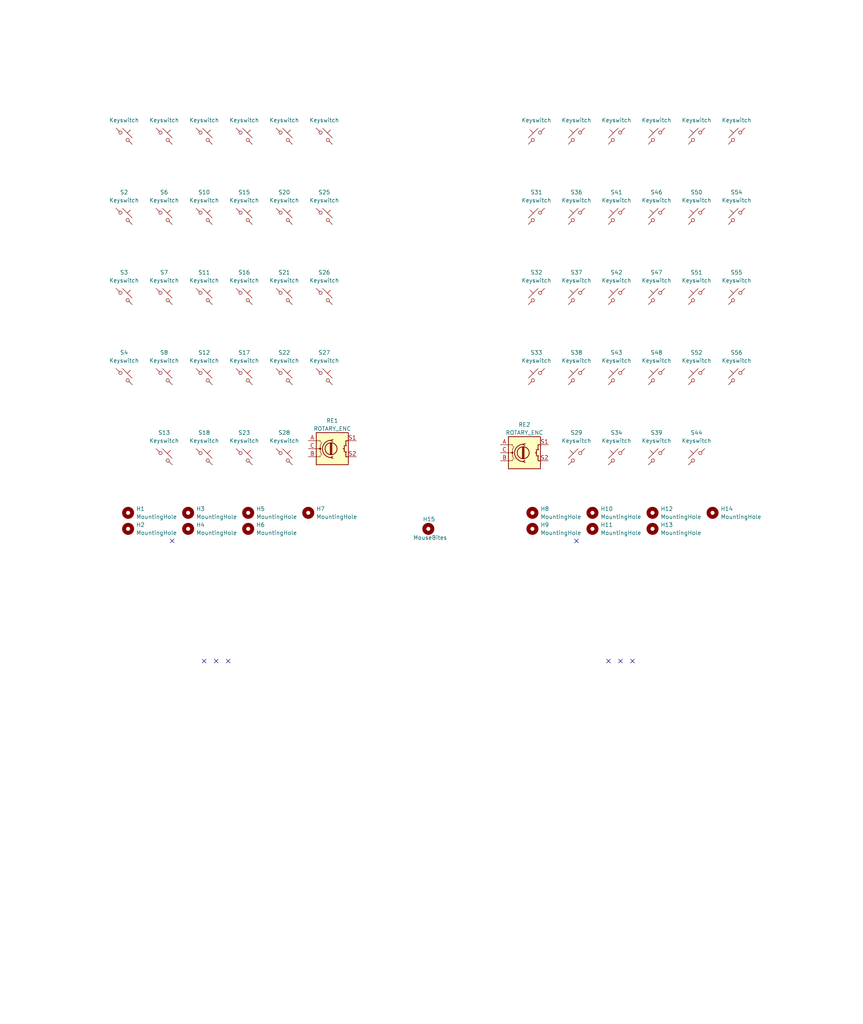
<source format=kicad_sch>
(kicad_sch (version 20250114) (generator "eeschema") (generator_version "9.0")
  (paper "User" 273.8 324.606)
  (lib_symbols
    (symbol "Device:RotaryEncoder_Switch" (pin_names (offset 0.254) (hide yes))
      (property "Reference" "SW" (at 0 6.604 0))
      (property "Value" "RotaryEncoder_Switch" (at 0 -6.604 0))
      (symbol "RotaryEncoder_Switch_0_1"
        (rectangle (start -5.08 5.08) (end 5.08 -5.08) (stroke (width 0.254)) (fill (type background)))
        (polyline (pts (xy -5.08 2.54) (xy -3.81 2.54) (xy -3.81 2.032)))
        (polyline (pts (xy -5.08 0) (xy -3.81 0) (xy -3.81 -1.016) (xy -3.302 -2.032)))
        (polyline (pts (xy -5.08 -2.54) (xy -3.81 -2.54) (xy -3.81 -2.032)))
        (polyline (pts (xy -4.318 0) (xy -3.81 0) (xy -3.81 1.016) (xy -3.302 2.032)))
        (circle (center -3.81 0) (radius 0.254) (fill (type outline)))
        (polyline (pts (xy -0.635 -1.778) (xy -0.635 1.778)) (stroke (width 0.254)))
        (circle (center -0.381 0) (radius 1.905) (stroke (width 0.254)))
        (polyline (pts (xy -0.381 -1.778) (xy -0.381 1.778)) (stroke (width 0.254)))
        (arc (start -0.381 -2.794) (mid -3.0988 -0.0635) (end -0.381 2.667) (stroke (width 0.254)))
        (polyline (pts (xy -0.127 1.778) (xy -0.127 -1.778)) (stroke (width 0.254)))
        (polyline (pts (xy 0.254 2.921) (xy -0.508 2.667) (xy 0.127 2.286)) (stroke (width 0.254)))
        (polyline (pts (xy 0.254 -3.048) (xy -0.508 -2.794) (xy 0.127 -2.413)) (stroke (width 0.254)))
        (polyline (pts (xy 3.81 1.016) (xy 3.81 -1.016)) (stroke (width 0.254)))
        (polyline (pts (xy 3.81 0) (xy 3.429 0)) (stroke (width 0.254)))
        (circle (center 4.318 1.016) (radius 0.127) (stroke (width 0.254)))
        (circle (center 4.318 -1.016) (radius 0.127) (stroke (width 0.254)))
        (polyline (pts (xy 5.08 2.54) (xy 4.318 2.54) (xy 4.318 1.016)) (stroke (width 0.254)))
        (polyline (pts (xy 5.08 -2.54) (xy 4.318 -2.54) (xy 4.318 -1.016)) (stroke (width 0.254)))
      )
      (symbol "RotaryEncoder_Switch_1_1"
        (pin passive line (at -7.62 2.54 0) (length 2.54) (name "A") (number "A"))
        (pin passive line (at -7.62 0 0) (length 2.54) (name "C") (number "C"))
        (pin passive line (at -7.62 -2.54 0) (length 2.54) (name "B") (number "B"))
        (pin passive line (at 7.62 2.54 180) (length 2.54) (name "S1") (number "S1"))
        (pin passive line (at 7.62 -2.54 180) (length 2.54) (name "S2") (number "S2"))
      )
    )
    (symbol "KEYBOARD_DESIGN:Placeholder_Keyswitch" (pin_numbers (hide yes)) (pin_names (offset 1.016) (hide yes))
      (property "Reference" "S" (at 3.048 1.016 0))
      (property "Value" "Keyswitch" (at 0 -3.81 0))
      (symbol "Placeholder_Keyswitch_0_1"
        (polyline (pts (xy -2.54 2.54) (xy -1.524 1.524) (xy -1.524 1.524)))
        (circle (center -1.1684 1.1684) (radius 0.508))
        (polyline (pts (xy -0.508 2.54) (xy 2.54 -0.508)))
        (polyline (pts (xy 1.016 1.016) (xy 2.032 2.032)))
        (circle (center 1.143 -1.1938) (radius 0.508))
        (polyline (pts (xy 1.524 -1.524) (xy 2.54 -2.54) (xy 2.54 -2.54) (xy 2.54 -2.54)))
        (pin passive line (at -2.54 2.54 0) (length 0) (name "1") (number "1"))
        (pin passive line (at 2.54 -2.54 180) (length 0) (name "2") (number "2"))
      )
    )
    (symbol "Mechanical:MountingHole" (pin_names (offset 1.016)) (in_bom no)
      (property "Reference" "H" (at 0 5.08 0))
      (property "Value" "MountingHole" (at 0 3.175 0))
      (symbol "MountingHole_0_1"
        (circle (center 0 0) (radius 1.27) (stroke (width 1.27)))
      )
    )
    (symbol "Placeholder_Keyswitch_1" (pin_numbers (hide yes)) (pin_names (offset 1.016) (hide yes))
      (property "Reference" "S" (at 3.048 1.016 0))
      (property "Value" "Keyswitch" (at 0 -3.81 0))
      (symbol "Placeholder_Keyswitch_1_0_1"
        (polyline (pts (xy -2.54 2.54) (xy -1.524 1.524) (xy -1.524 1.524)))
        (circle (center -1.1684 1.1684) (radius 0.508))
        (polyline (pts (xy -0.508 2.54) (xy 2.54 -0.508)))
        (polyline (pts (xy 1.016 1.016) (xy 2.032 2.032)))
        (circle (center 1.143 -1.1938) (radius 0.508))
        (polyline (pts (xy 1.524 -1.524) (xy 2.54 -2.54) (xy 2.54 -2.54) (xy 2.54 -2.54)))
        (pin passive line (at -2.54 2.54 0) (length 0) (name "1") (number "1"))
        (pin passive line (at 2.54 -2.54 180) (length 0) (name "2") (number "2"))
      )
    )
    (symbol "Placeholder_Keyswitch_2" (pin_numbers (hide yes)) (pin_names (offset 1.016) (hide yes))
      (property "Reference" "S" (at 3.048 1.016 0))
      (property "Value" "Keyswitch" (at 0 -3.81 0))
      (symbol "Placeholder_Keyswitch_2_0_1"
        (polyline (pts (xy -2.54 2.54) (xy -1.524 1.524) (xy -1.524 1.524)))
        (circle (center -1.1684 1.1684) (radius 0.508))
        (polyline (pts (xy -0.508 2.54) (xy 2.54 -0.508)))
        (polyline (pts (xy 1.016 1.016) (xy 2.032 2.032)))
        (circle (center 1.143 -1.1938) (radius 0.508))
        (polyline (pts (xy 1.524 -1.524) (xy 2.54 -2.54) (xy 2.54 -2.54) (xy 2.54 -2.54)))
        (pin passive line (at -2.54 2.54 0) (length 0) (name "1") (number "1"))
        (pin passive line (at 2.54 -2.54 180) (length 0) (name "2") (number "2"))
      )
    )
    (symbol "Placeholder_Keyswitch_3" (pin_numbers (hide yes)) (pin_names (offset 1.016) (hide yes))
      (property "Reference" "S" (at 3.048 1.016 0))
      (property "Value" "Keyswitch" (at 0 -3.81 0))
      (symbol "Placeholder_Keyswitch_3_0_1"
        (polyline (pts (xy -2.54 2.54) (xy -1.524 1.524) (xy -1.524 1.524)))
        (circle (center -1.1684 1.1684) (radius 0.508))
        (polyline (pts (xy -0.508 2.54) (xy 2.54 -0.508)))
        (polyline (pts (xy 1.016 1.016) (xy 2.032 2.032)))
        (circle (center 1.143 -1.1938) (radius 0.508))
        (polyline (pts (xy 1.524 -1.524) (xy 2.54 -2.54) (xy 2.54 -2.54) (xy 2.54 -2.54)))
        (pin passive line (at -2.54 2.54 0) (length 0) (name "1") (number "1"))
        (pin passive line (at 2.54 -2.54 180) (length 0) (name "2") (number "2"))
      )
    )
    (symbol "Placeholder_Keyswitch_4" (pin_numbers (hide yes)) (pin_names (offset 1.016) (hide yes))
      (property "Reference" "S" (at 3.048 1.016 0))
      (property "Value" "Keyswitch" (at 0 -3.81 0))
      (symbol "Placeholder_Keyswitch_4_0_1"
        (polyline (pts (xy -2.54 2.54) (xy -1.524 1.524) (xy -1.524 1.524)))
        (circle (center -1.1684 1.1684) (radius 0.508))
        (polyline (pts (xy -0.508 2.54) (xy 2.54 -0.508)))
        (polyline (pts (xy 1.016 1.016) (xy 2.032 2.032)))
        (circle (center 1.143 -1.1938) (radius 0.508))
        (polyline (pts (xy 1.524 -1.524) (xy 2.54 -2.54) (xy 2.54 -2.54) (xy 2.54 -2.54)))
        (pin passive line (at -2.54 2.54 0) (length 0) (name "1") (number "1"))
        (pin passive line (at 2.54 -2.54 180) (length 0) (name "2") (number "2"))
      )
    )
    (symbol "Placeholder_Keyswitch_5" (pin_numbers (hide yes)) (pin_names (offset 1.016) (hide yes))
      (property "Reference" "S" (at 3.048 1.016 0))
      (property "Value" "Keyswitch" (at 0 -3.81 0))
      (symbol "Placeholder_Keyswitch_5_0_1"
        (polyline (pts (xy -2.54 2.54) (xy -1.524 1.524) (xy -1.524 1.524)))
        (circle (center -1.1684 1.1684) (radius 0.508))
        (polyline (pts (xy -0.508 2.54) (xy 2.54 -0.508)))
        (polyline (pts (xy 1.016 1.016) (xy 2.032 2.032)))
        (circle (center 1.143 -1.1938) (radius 0.508))
        (polyline (pts (xy 1.524 -1.524) (xy 2.54 -2.54) (xy 2.54 -2.54) (xy 2.54 -2.54)))
        (pin passive line (at -2.54 2.54 0) (length 0) (name "1") (number "1"))
        (pin passive line (at 2.54 -2.54 180) (length 0) (name "2") (number "2"))
      )
    )
    (symbol "Placeholder_Keyswitch_6" (pin_numbers (hide yes)) (pin_names (offset 1.016) (hide yes))
      (property "Reference" "S" (at 3.048 1.016 0))
      (property "Value" "Keyswitch" (at 0 -3.81 0))
      (symbol "Placeholder_Keyswitch_6_0_1"
        (polyline (pts (xy -2.54 2.54) (xy -1.524 1.524) (xy -1.524 1.524)))
        (circle (center -1.1684 1.1684) (radius 0.508))
        (polyline (pts (xy -0.508 2.54) (xy 2.54 -0.508)))
        (polyline (pts (xy 1.016 1.016) (xy 2.032 2.032)))
        (circle (center 1.143 -1.1938) (radius 0.508))
        (polyline (pts (xy 1.524 -1.524) (xy 2.54 -2.54) (xy 2.54 -2.54) (xy 2.54 -2.54)))
        (pin passive line (at -2.54 2.54 0) (length 0) (name "1") (number "1"))
        (pin passive line (at 2.54 -2.54 180) (length 0) (name "2") (number "2"))
      )
    )
    (symbol "Placeholder_Keyswitch_7" (pin_numbers (hide yes)) (pin_names (offset 1.016) (hide yes))
      (property "Reference" "S" (at 3.048 1.016 0))
      (property "Value" "Keyswitch" (at 0 -3.81 0))
      (symbol "Placeholder_Keyswitch_7_0_1"
        (polyline (pts (xy -2.54 2.54) (xy -1.524 1.524) (xy -1.524 1.524)))
        (circle (center -1.1684 1.1684) (radius 0.508))
        (polyline (pts (xy -0.508 2.54) (xy 2.54 -0.508)))
        (polyline (pts (xy 1.016 1.016) (xy 2.032 2.032)))
        (circle (center 1.143 -1.1938) (radius 0.508))
        (polyline (pts (xy 1.524 -1.524) (xy 2.54 -2.54) (xy 2.54 -2.54) (xy 2.54 -2.54)))
        (pin passive line (at -2.54 2.54 0) (length 0) (name "1") (number "1"))
        (pin passive line (at 2.54 -2.54 180) (length 0) (name "2") (number "2"))
      )
    )
  )
  (no_connect (at 182.88 171.45))
  (no_connect (at 64.77 209.55))
  (no_connect (at 200.66 209.55))
  (no_connect (at 196.85 209.55))
  (no_connect (at 54.61 171.45))
  (no_connect (at 72.39 209.55))
  (no_connect (at 193.04 209.55))
  (no_connect (at 68.58 209.55))
  (symbol (lib_id "KEYBOARD_DESIGN:Placeholder_Keyswitch") (at 64.77 68.58 0) (unit 1)
    (property "Reference" "S10" (at 64.77 60.96 0))
    (property "Value" "Keyswitch" (at 64.77 63.5 0))
    (property "Footprint" "ScottoKeebs_Hotswap:Hotswap_MX_1.00u" (effects (hide yes)))
    (property "Description" "Push button switch, normally open, two pins, 45° tilted" (effects (hide yes)))
    (property "COL" "1" (effects (hide yes)))
  )
  (symbol (lib_id "KEYBOARD_DESIGN:Placeholder_Keyswitch") (at 52.07 68.58 0) (unit 1)
    (property "Reference" "S6" (at 52.07 60.96 0))
    (property "Value" "Keyswitch" (at 52.07 63.5 0))
    (property "Footprint" "ScottoKeebs_Hotswap:Hotswap_MX_1.00u" (effects (hide yes)))
    (property "Description" "Push button switch, normally open, two pins, 45° tilted" (effects (hide yes)))
    (property "COL" "1" (effects (hide yes)))
  )
  (symbol (lib_id "Mechanical:MountingHole") (at 187.96 167.64 0) (unit 1) (in_bom no)
    (property "Reference" "H11" (at 190.5 166.3699 0) (effects (justify left)))
    (property "Value" "MountingHole" (at 190.5 168.9099 0) (effects (justify left)))
    (property "Footprint" "MountingHole:MountingHole_2.2mm_M2" (effects (hide yes)))
    (property "Description" "Mounting Hole without connection" (effects (hide yes)))
  )
  (symbol (lib_id "Mechanical:MountingHole") (at 226.06 162.56 0) (unit 1) (in_bom no)
    (property "Reference" "H14" (at 228.6 161.2899 0) (effects (justify left)))
    (property "Value" "MountingHole" (at 228.6 163.8299 0) (effects (justify left)))
    (property "Footprint" "MountingHole:MountingHole_2.2mm_M2" (effects (hide yes)))
    (property "Description" "Mounting Hole without connection" (effects (hide yes)))
  )
  (symbol (lib_id "KEYBOARD_DESIGN:Placeholder_Keyswitch") (at 182.88 68.58 0) (mirror y) (unit 1)
    (property "Reference" "S36" (at 182.88 60.96 0))
    (property "Value" "Keyswitch" (at 182.88 63.5 0))
    (property "Footprint" "ScottoKeebs_Hotswap:Hotswap_MX_1.00u" (effects (hide yes)))
    (property "Description" "Push button switch, normally open, two pins, 45° tilted" (effects (hide yes)))
    (property "COL" "1" (effects (hide yes)))
  )
  (symbol (lib_id "Mechanical:MountingHole") (at 40.64 162.56 0) (unit 1) (in_bom no)
    (property "Reference" "H1" (at 43.18 161.2899 0) (effects (justify left)))
    (property "Value" "MountingHole" (at 43.18 163.8299 0) (effects (justify left)))
    (property "Footprint" "MountingHole:MountingHole_2.2mm_M2" (effects (hide yes)))
    (property "Description" "Mounting Hole without connection" (effects (hide yes)))
  )
  (symbol (lib_id "KEYBOARD_DESIGN:Placeholder_Keyswitch") (at 64.77 119.38 0) (unit 1)
    (property "Reference" "S12" (at 64.77 111.76 0))
    (property "Value" "Keyswitch" (at 64.77 114.3 0))
    (property "Footprint" "ScottoKeebs_Hotswap:Hotswap_MX_1.00u" (effects (hide yes)))
    (property "Description" "Push button switch, normally open, two pins, 45° tilted" (effects (hide yes)))
    (property "COL" "3" (effects (hide yes)))
  )
  (symbol (lib_id "KEYBOARD_DESIGN:Placeholder_Keyswitch") (at 220.98 119.38 0) (mirror y) (unit 1)
    (property "Reference" "S52" (at 220.98 111.76 0))
    (property "Value" "Keyswitch" (at 220.98 114.3 0))
    (property "Footprint" "ScottoKeebs_Hotswap:Hotswap_MX_1.00u" (effects (hide yes)))
    (property "Description" "Push button switch, normally open, two pins, 45° tilted" (effects (hide yes)))
    (property "COL" "3" (effects (hide yes)))
  )
  (symbol (lib_id "KEYBOARD_DESIGN:Placeholder_Keyswitch") (at 220.98 93.98 0) (mirror y) (unit 1)
    (property "Reference" "S51" (at 220.98 86.36 0))
    (property "Value" "Keyswitch" (at 220.98 88.9 0))
    (property "Footprint" "ScottoKeebs_Hotswap:Hotswap_MX_1.00u" (effects (hide yes)))
    (property "Description" "Push button switch, normally open, two pins, 45° tilted" (effects (hide yes)))
    (property "COL" "2" (effects (hide yes)))
  )
  (symbol (lib_id "KEYBOARD_DESIGN:Placeholder_Keyswitch") (at 220.98 144.78 0) (mirror y) (unit 1)
    (property "Reference" "S44" (at 220.98 137.16 0))
    (property "Value" "Keyswitch" (at 220.98 139.7 0))
    (property "Footprint" "ScottoKeebs_Hotswap:Hotswap_MX_1.00u" (effects (hide yes)))
    (property "Description" "Push button switch, normally open, two pins, 45° tilted" (effects (hide yes)))
    (property "COL" "4" (effects (hide yes)))
  )
  (symbol (lib_id "Mechanical:MountingHole") (at 40.64 167.64 0) (unit 1) (in_bom no)
    (property "Reference" "H2" (at 43.18 166.3699 0) (effects (justify left)))
    (property "Value" "MountingHole" (at 43.18 168.9099 0) (effects (justify left)))
    (property "Footprint" "MountingHole:MountingHole_2.2mm_M2" (effects (hide yes)))
    (property "Description" "Mounting Hole without connection" (effects (hide yes)))
  )
  (symbol (lib_id "Mechanical:MountingHole") (at 59.69 167.64 0) (unit 1) (in_bom no)
    (property "Reference" "H4" (at 62.23 166.3699 0) (effects (justify left)))
    (property "Value" "MountingHole" (at 62.23 168.9099 0) (effects (justify left)))
    (property "Footprint" "MountingHole:MountingHole_2.2mm_M2" (effects (hide yes)))
    (property "Description" "Mounting Hole without connection" (effects (hide yes)))
  )
  (symbol (lib_id "KEYBOARD_DESIGN:Placeholder_Keyswitch") (at 77.47 144.78 0) (unit 1)
    (property "Reference" "S23" (at 77.47 137.16 0))
    (property "Value" "Keyswitch" (at 77.47 139.7 0))
    (property "Footprint" "ScottoKeebs_Hotswap:Hotswap_MX_1.00u" (effects (hide yes)))
    (property "Description" "Push button switch, normally open, two pins, 45° tilted" (effects (hide yes)))
    (property "COL" "4" (effects (hide yes)))
  )
  (symbol (lib_id "KEYBOARD_DESIGN:Placeholder_Keyswitch") (at 170.18 43.18 0) (mirror y) (unit 1)
    (property "Reference" "S30" (effects (hide yes)))
    (property "Value" "Keyswitch" (at 170.18 38.1 0))
    (property "Footprint" "ScottoKeebs_Hotswap:Hotswap_MX_1.00u" (effects (hide yes)))
    (property "Description" "Push button switch, normally open, two pins, 45° tilted" (effects (hide yes)))
    (property "COL" "0" (effects (hide yes)))
  )
  (symbol (lib_id "KEYBOARD_DESIGN:Placeholder_Keyswitch") (at 102.87 68.58 0) (unit 1)
    (property "Reference" "S25" (at 102.87 60.96 0))
    (property "Value" "Keyswitch" (at 102.87 63.5 0))
    (property "Footprint" "ScottoKeebs_Hotswap:Hotswap_MX_1.00u" (effects (hide yes)))
    (property "Description" "Push button switch, normally open, two pins, 45° tilted" (effects (hide yes)))
    (property "COL" "1" (effects (hide yes)))
  )
  (symbol (lib_id "KEYBOARD_DESIGN:Placeholder_Keyswitch") (at 170.18 93.98 0) (mirror y) (unit 1)
    (property "Reference" "S32" (at 170.18 86.36 0))
    (property "Value" "Keyswitch" (at 170.18 88.9 0))
    (property "Footprint" "ScottoKeebs_Hotswap:Hotswap_MX_1.00u" (effects (hide yes)))
    (property "Description" "Push button switch, normally open, two pins, 45° tilted" (effects (hide yes)))
    (property "COL" "2" (effects (hide yes)))
  )
  (symbol (lib_id "Mechanical:MountingHole") (at 168.91 167.64 0) (unit 1) (in_bom no)
    (property "Reference" "H9" (at 171.45 166.3699 0) (effects (justify left)))
    (property "Value" "MountingHole" (at 171.45 168.9099 0) (effects (justify left)))
    (property "Footprint" "MountingHole:MountingHole_2.2mm_M2" (effects (hide yes)))
    (property "Description" "Mounting Hole without connection" (effects (hide yes)))
  )
  (symbol (lib_id "KEYBOARD_DESIGN:Placeholder_Keyswitch") (at 90.17 68.58 0) (unit 1)
    (property "Reference" "S20" (at 90.17 60.96 0))
    (property "Value" "Keyswitch" (at 90.17 63.5 0))
    (property "Footprint" "ScottoKeebs_Hotswap:Hotswap_MX_1.00u" (effects (hide yes)))
    (property "Description" "Push button switch, normally open, two pins, 45° tilted" (effects (hide yes)))
    (property "COL" "1" (effects (hide yes)))
  )
  (symbol (lib_id "KEYBOARD_DESIGN:Placeholder_Keyswitch") (at 195.58 68.58 0) (mirror y) (unit 1)
    (property "Reference" "S41" (at 195.58 60.96 0))
    (property "Value" "Keyswitch" (at 195.58 63.5 0))
    (property "Footprint" "ScottoKeebs_Hotswap:Hotswap_MX_1.00u" (effects (hide yes)))
    (property "Description" "Push button switch, normally open, two pins, 45° tilted" (effects (hide yes)))
    (property "COL" "1" (effects (hide yes)))
  )
  (symbol (lib_id "KEYBOARD_DESIGN:Placeholder_Keyswitch") (at 208.28 43.18 0) (mirror y) (unit 1)
    (property "Reference" "S45" (effects (hide yes)))
    (property "Value" "Keyswitch" (at 208.28 38.1 0))
    (property "Footprint" "ScottoKeebs_Hotswap:Hotswap_MX_1.00u" (effects (hide yes)))
    (property "Description" "Push button switch, normally open, two pins, 45° tilted" (effects (hide yes)))
    (property "COL" "0" (effects (hide yes)))
  )
  (symbol (lib_id "Mechanical:MountingHole") (at 78.74 162.56 0) (unit 1) (in_bom no)
    (property "Reference" "H5" (at 81.28 161.2899 0) (effects (justify left)))
    (property "Value" "MountingHole" (at 81.28 163.8299 0) (effects (justify left)))
    (property "Footprint" "MountingHole:MountingHole_2.2mm_M2" (effects (hide yes)))
    (property "Description" "Mounting Hole without connection" (effects (hide yes)))
  )
  (symbol (lib_id "KEYBOARD_DESIGN:Placeholder_Keyswitch") (at 182.88 93.98 0) (mirror y) (unit 1)
    (property "Reference" "S37" (at 182.88 86.36 0))
    (property "Value" "Keyswitch" (at 182.88 88.9 0))
    (property "Footprint" "ScottoKeebs_Hotswap:Hotswap_MX_1.00u" (effects (hide yes)))
    (property "Description" "Push button switch, normally open, two pins, 45° tilted" (effects (hide yes)))
    (property "COL" "2" (effects (hide yes)))
  )
  (symbol (lib_name "Placeholder_Keyswitch_2") (lib_id "KEYBOARD_DESIGN:Placeholder_Keyswitch") (at 39.37 43.18 0) (unit 1)
    (property "Reference" "S1" (effects (hide yes)))
    (property "Value" "Keyswitch" (at 39.37 38.1 0))
    (property "Footprint" "ScottoKeebs_Hotswap:Hotswap_MX_1.00u" (effects (hide yes)))
    (property "Description" "Push button switch, normally open, two pins, 45° tilted" (effects (hide yes)))
    (property "COL" "0" (effects (hide yes)))
  )
  (symbol (lib_id "KEYBOARD_DESIGN:Placeholder_Keyswitch") (at 195.58 119.38 0) (mirror y) (unit 1)
    (property "Reference" "S43" (at 195.58 111.76 0))
    (property "Value" "Keyswitch" (at 195.58 114.3 0))
    (property "Footprint" "ScottoKeebs_Hotswap:Hotswap_MX_1.00u" (effects (hide yes)))
    (property "Description" "Push button switch, normally open, two pins, 45° tilted" (effects (hide yes)))
    (property "COL" "3" (effects (hide yes)))
  )
  (symbol (lib_id "KEYBOARD_DESIGN:Placeholder_Keyswitch") (at 64.77 144.78 0) (unit 1)
    (property "Reference" "S18" (at 64.77 137.16 0))
    (property "Value" "Keyswitch" (at 64.77 139.7 0))
    (property "Footprint" "ScottoKeebs_Hotswap:Hotswap_MX_1.00u" (effects (hide yes)))
    (property "Description" "Push button switch, normally open, two pins, 45° tilted" (effects (hide yes)))
    (property "COL" "4" (effects (hide yes)))
  )
  (symbol (lib_id "KEYBOARD_DESIGN:Placeholder_Keyswitch") (at 195.58 43.18 0) (mirror y) (unit 1)
    (property "Reference" "S40" (effects (hide yes)))
    (property "Value" "Keyswitch" (at 195.58 38.1 0))
    (property "Footprint" "ScottoKeebs_Hotswap:Hotswap_MX_1.00u" (effects (hide yes)))
    (property "Description" "Push button switch, normally open, two pins, 45° tilted" (effects (hide yes)))
    (property "COL" "0" (effects (hide yes)))
  )
  (symbol (lib_id "Mechanical:MountingHole") (at 97.79 162.56 0) (unit 1) (in_bom no)
    (property "Reference" "H7" (at 100.33 161.2899 0) (effects (justify left)))
    (property "Value" "MountingHole" (at 100.33 163.8299 0) (effects (justify left)))
    (property "Footprint" "MountingHole:MountingHole_2.2mm_M2" (effects (hide yes)))
    (property "Description" "Mounting Hole without connection" (effects (hide yes)))
  )
  (symbol (lib_id "Mechanical:MountingHole") (at 187.96 162.56 0) (unit 1) (in_bom no)
    (property "Reference" "H10" (at 190.5 161.2899 0) (effects (justify left)))
    (property "Value" "MountingHole" (at 190.5 163.8299 0) (effects (justify left)))
    (property "Footprint" "MountingHole:MountingHole_2.2mm_M2" (effects (hide yes)))
    (property "Description" "Mounting Hole without connection" (effects (hide yes)))
  )
  (symbol (lib_id "KEYBOARD_DESIGN:Placeholder_Keyswitch") (at 102.87 93.98 0) (unit 1)
    (property "Reference" "S26" (at 102.87 86.36 0))
    (property "Value" "Keyswitch" (at 102.87 88.9 0))
    (property "Footprint" "ScottoKeebs_Hotswap:Hotswap_MX_1.00u" (effects (hide yes)))
    (property "Description" "Push button switch, normally open, two pins, 45° tilted" (effects (hide yes)))
    (property "COL" "2" (effects (hide yes)))
  )
  (symbol (lib_id "KEYBOARD_DESIGN:Placeholder_Keyswitch") (at 208.28 93.98 0) (mirror y) (unit 1)
    (property "Reference" "S47" (at 208.28 86.36 0))
    (property "Value" "Keyswitch" (at 208.28 88.9 0))
    (property "Footprint" "ScottoKeebs_Hotswap:Hotswap_MX_1.00u" (effects (hide yes)))
    (property "Description" "Push button switch, normally open, two pins, 45° tilted" (effects (hide yes)))
    (property "COL" "2" (effects (hide yes)))
  )
  (symbol (lib_id "KEYBOARD_DESIGN:Placeholder_Keyswitch") (at 220.98 68.58 0) (mirror y) (unit 1)
    (property "Reference" "S50" (at 220.98 60.96 0))
    (property "Value" "Keyswitch" (at 220.98 63.5 0))
    (property "Footprint" "ScottoKeebs_Hotswap:Hotswap_MX_1.00u" (effects (hide yes)))
    (property "Description" "Push button switch, normally open, two pins, 45° tilted" (effects (hide yes)))
    (property "COL" "1" (effects (hide yes)))
  )
  (symbol (lib_id "Mechanical:MountingHole") (at 135.89 167.64 0) (unit 1) (in_bom no)
    (property "Reference" "H15" (at 134.112 164.592 0) (effects (justify left)))
    (property "Value" "MouseBites" (at 131.064 170.434 0) (effects (justify left)))
    (property "Footprint" "MountingHole:MountingHole_2.1mm" (effects (hide yes)))
    (property "Description" "Mounting Hole without connection" (effects (hide yes)))
  )
  (symbol (lib_id "Mechanical:MountingHole") (at 207.01 162.56 0) (unit 1) (in_bom no)
    (property "Reference" "H12" (at 209.55 161.2899 0) (effects (justify left)))
    (property "Value" "MountingHole" (at 209.55 163.8299 0) (effects (justify left)))
    (property "Footprint" "MountingHole:MountingHole_2.2mm_M2" (effects (hide yes)))
    (property "Description" "Mounting Hole without connection" (effects (hide yes)))
  )
  (symbol (lib_id "Mechanical:MountingHole") (at 207.01 167.64 0) (unit 1) (in_bom no)
    (property "Reference" "H13" (at 209.55 166.3699 0) (effects (justify left)))
    (property "Value" "MountingHole" (at 209.55 168.9099 0) (effects (justify left)))
    (property "Footprint" "MountingHole:MountingHole_2.2mm_M2" (effects (hide yes)))
    (property "Description" "Mounting Hole without connection" (effects (hide yes)))
  )
  (symbol (lib_id "KEYBOARD_DESIGN:Placeholder_Keyswitch") (at 182.88 43.18 0) (mirror y) (unit 1)
    (property "Reference" "S35" (effects (hide yes)))
    (property "Value" "Keyswitch" (at 182.88 38.1 0))
    (property "Footprint" "ScottoKeebs_Hotswap:Hotswap_MX_1.00u" (effects (hide yes)))
    (property "Description" "Push button switch, normally open, two pins, 45° tilted" (effects (hide yes)))
    (property "COL" "0" (effects (hide yes)))
  )
  (symbol (lib_id "KEYBOARD_DESIGN:Placeholder_Keyswitch") (at 195.58 93.98 0) (mirror y) (unit 1)
    (property "Reference" "S42" (at 195.58 86.36 0))
    (property "Value" "Keyswitch" (at 195.58 88.9 0))
    (property "Footprint" "ScottoKeebs_Hotswap:Hotswap_MX_1.00u" (effects (hide yes)))
    (property "Description" "Push button switch, normally open, two pins, 45° tilted" (effects (hide yes)))
    (property "COL" "2" (effects (hide yes)))
  )
  (symbol (lib_id "KEYBOARD_DESIGN:Placeholder_Keyswitch") (at 233.68 68.58 0) (mirror y) (unit 1)
    (property "Reference" "S54" (at 233.68 60.96 0))
    (property "Value" "Keyswitch" (at 233.68 63.5 0))
    (property "Footprint" "ScottoKeebs_Hotswap:Hotswap_MX_1.00u" (effects (hide yes)))
    (property "Description" "Push button switch, normally open, two pins, 45° tilted" (effects (hide yes)))
    (property "COL" "1" (effects (hide yes)))
  )
  (symbol (lib_id "Device:RotaryEncoder_Switch") (at 105.41 142.24 0) (unit 1)
    (property "Reference" "RE1" (at 105.41 133.35 0))
    (property "Value" "ROTARY_ENC" (at 105.41 135.89 0))
    (property "Footprint" "ScottoKeebs_Scotto:Encoder_EC11_MX_Combo" (effects (hide yes)))
    (property "Description" "Rotary encoder, dual channel, incremental quadrate outputs, with switch" (effects (hide yes)))
    (property "COL" "4" (effects (hide yes)))
  )
  (symbol (lib_id "KEYBOARD_DESIGN:Placeholder_Keyswitch") (at 220.98 43.18 0) (mirror y) (unit 1)
    (property "Reference" "S49" (effects (hide yes)))
    (property "Value" "Keyswitch" (at 220.98 38.1 0))
    (property "Footprint" "ScottoKeebs_Hotswap:Hotswap_MX_1.00u" (effects (hide yes)))
    (property "Description" "Push button switch, normally open, two pins, 45° tilted" (effects (hide yes)))
    (property "COL" "0" (effects (hide yes)))
  )
  (symbol (lib_id "KEYBOARD_DESIGN:Placeholder_Keyswitch") (at 90.17 119.38 0) (unit 1)
    (property "Reference" "S22" (at 90.17 111.76 0))
    (property "Value" "Keyswitch" (at 90.17 114.3 0))
    (property "Footprint" "ScottoKeebs_Hotswap:Hotswap_MX_1.00u" (effects (hide yes)))
    (property "Description" "Push button switch, normally open, two pins, 45° tilted" (effects (hide yes)))
    (property "COL" "3" (effects (hide yes)))
  )
  (symbol (lib_id "KEYBOARD_DESIGN:Placeholder_Keyswitch") (at 39.37 93.98 0) (unit 1)
    (property "Reference" "S3" (at 39.37 86.36 0))
    (property "Value" "Keyswitch" (at 39.37 88.9 0))
    (property "Footprint" "ScottoKeebs_Hotswap:Hotswap_MX_1.00u" (effects (hide yes)))
    (property "Description" "Push button switch, normally open, two pins, 45° tilted" (effects (hide yes)))
    (property "COL" "2" (effects (hide yes)))
  )
  (symbol (lib_id "Mechanical:MountingHole") (at 78.74 167.64 0) (unit 1) (in_bom no)
    (property "Reference" "H6" (at 81.28 166.3699 0) (effects (justify left)))
    (property "Value" "MountingHole" (at 81.28 168.9099 0) (effects (justify left)))
    (property "Footprint" "MountingHole:MountingHole_2.2mm_M2" (effects (hide yes)))
    (property "Description" "Mounting Hole without connection" (effects (hide yes)))
  )
  (symbol (lib_id "KEYBOARD_DESIGN:Placeholder_Keyswitch") (at 195.58 144.78 0) (mirror y) (unit 1)
    (property "Reference" "S34" (at 195.58 137.16 0))
    (property "Value" "Keyswitch" (at 195.58 139.7 0))
    (property "Footprint" "ScottoKeebs_Hotswap:Hotswap_MX_1.00u" (effects (hide yes)))
    (property "Description" "Push button switch, normally open, two pins, 45° tilted" (effects (hide yes)))
    (property "COL" "4" (effects (hide yes)))
  )
  (symbol (lib_id "KEYBOARD_DESIGN:Placeholder_Keyswitch") (at 52.07 119.38 0) (unit 1)
    (property "Reference" "S8" (at 52.07 111.76 0))
    (property "Value" "Keyswitch" (at 52.07 114.3 0))
    (property "Footprint" "ScottoKeebs_Hotswap:Hotswap_MX_1.00u" (effects (hide yes)))
    (property "Description" "Push button switch, normally open, two pins, 45° tilted" (effects (hide yes)))
    (property "COL" "3" (effects (hide yes)))
  )
  (symbol (lib_id "KEYBOARD_DESIGN:Placeholder_Keyswitch") (at 90.17 93.98 0) (unit 1)
    (property "Reference" "S21" (at 90.17 86.36 0))
    (property "Value" "Keyswitch" (at 90.17 88.9 0))
    (property "Footprint" "ScottoKeebs_Hotswap:Hotswap_MX_1.00u" (effects (hide yes)))
    (property "Description" "Push button switch, normally open, two pins, 45° tilted" (effects (hide yes)))
    (property "COL" "2" (effects (hide yes)))
  )
  (symbol (lib_id "Mechanical:MountingHole") (at 59.69 162.56 0) (unit 1) (in_bom no)
    (property "Reference" "H3" (at 62.23 161.2899 0) (effects (justify left)))
    (property "Value" "MountingHole" (at 62.23 163.8299 0) (effects (justify left)))
    (property "Footprint" "MountingHole:MountingHole_2.2mm_M2" (effects (hide yes)))
    (property "Description" "Mounting Hole without connection" (effects (hide yes)))
  )
  (symbol (lib_id "KEYBOARD_DESIGN:Placeholder_Keyswitch") (at 170.18 119.38 0) (mirror y) (unit 1)
    (property "Reference" "S33" (at 170.18 111.76 0))
    (property "Value" "Keyswitch" (at 170.18 114.3 0))
    (property "Footprint" "ScottoKeebs_Hotswap:Hotswap_MX_1.00u" (effects (hide yes)))
    (property "Description" "Push button switch, normally open, two pins, 45° tilted" (effects (hide yes)))
    (property "COL" "3" (effects (hide yes)))
  )
  (symbol (lib_id "KEYBOARD_DESIGN:Placeholder_Keyswitch") (at 52.07 144.78 0) (unit 1)
    (property "Reference" "S13" (at 52.07 137.16 0))
    (property "Value" "Keyswitch" (at 52.07 139.7 0))
    (property "Footprint" "ScottoKeebs_Hotswap:Hotswap_MX_1.00u" (effects (hide yes)))
    (property "Description" "Push button switch, normally open, two pins, 45° tilted" (effects (hide yes)))
    (property "COL" "4" (effects (hide yes)))
  )
  (symbol (lib_id "KEYBOARD_DESIGN:Placeholder_Keyswitch") (at 208.28 144.78 0) (mirror y) (unit 1)
    (property "Reference" "S39" (at 208.28 137.16 0))
    (property "Value" "Keyswitch" (at 208.28 139.7 0))
    (property "Footprint" "ScottoKeebs_Hotswap:Hotswap_MX_1.00u" (effects (hide yes)))
    (property "Description" "Push button switch, normally open, two pins, 45° tilted" (effects (hide yes)))
    (property "COL" "4" (effects (hide yes)))
  )
  (symbol (lib_id "KEYBOARD_DESIGN:Placeholder_Keyswitch") (at 208.28 68.58 0) (mirror y) (unit 1)
    (property "Reference" "S46" (at 208.28 60.96 0))
    (property "Value" "Keyswitch" (at 208.28 63.5 0))
    (property "Footprint" "ScottoKeebs_Hotswap:Hotswap_MX_1.00u" (effects (hide yes)))
    (property "Description" "Push button switch, normally open, two pins, 45° tilted" (effects (hide yes)))
    (property "COL" "1" (effects (hide yes)))
  )
  (symbol (lib_name "Placeholder_Keyswitch_3") (lib_id "KEYBOARD_DESIGN:Placeholder_Keyswitch") (at 64.77 43.18 0) (unit 1)
    (property "Reference" "S9" (effects (hide yes)))
    (property "Value" "Keyswitch" (at 64.77 38.1 0))
    (property "Footprint" "ScottoKeebs_Hotswap:Hotswap_MX_1.00u" (effects (hide yes)))
    (property "Description" "Push button switch, normally open, two pins, 45° tilted" (effects (hide yes)))
    (property "COL" "0" (effects (hide yes)))
  )
  (symbol (lib_name "Placeholder_Keyswitch_5") (lib_id "KEYBOARD_DESIGN:Placeholder_Keyswitch") (at 90.17 43.18 0) (unit 1)
    (property "Reference" "S19" (effects (hide yes)))
    (property "Value" "Keyswitch" (at 90.17 38.1 0))
    (property "Footprint" "ScottoKeebs_Hotswap:Hotswap_MX_1.00u" (effects (hide yes)))
    (property "Description" "Push button switch, normally open, two pins, 45° tilted" (effects (hide yes)))
    (property "COL" "0" (effects (hide yes)))
  )
  (symbol (lib_id "KEYBOARD_DESIGN:Placeholder_Keyswitch") (at 77.47 93.98 0) (unit 1)
    (property "Reference" "S16" (at 77.47 86.36 0))
    (property "Value" "Keyswitch" (at 77.47 88.9 0))
    (property "Footprint" "ScottoKeebs_Hotswap:Hotswap_MX_1.00u" (effects (hide yes)))
    (property "Description" "Push button switch, normally open, two pins, 45° tilted" (effects (hide yes)))
    (property "COL" "2" (effects (hide yes)))
  )
  (symbol (lib_id "KEYBOARD_DESIGN:Placeholder_Keyswitch") (at 182.88 144.78 0) (mirror y) (unit 1)
    (property "Reference" "S29" (at 182.88 137.16 0))
    (property "Value" "Keyswitch" (at 182.88 139.7 0))
    (property "Footprint" "ScottoKeebs_Hotswap:Hotswap_MX_1.50u" (effects (hide yes)))
    (property "COL" "4" (effects (hide yes)))
  )
  (symbol (lib_id "KEYBOARD_DESIGN:Placeholder_Keyswitch") (at 77.47 119.38 0) (unit 1)
    (property "Reference" "S17" (at 77.47 111.76 0))
    (property "Value" "Keyswitch" (at 77.47 114.3 0))
    (property "Footprint" "ScottoKeebs_Hotswap:Hotswap_MX_1.00u" (effects (hide yes)))
    (property "Description" "Push button switch, normally open, two pins, 45° tilted" (effects (hide yes)))
    (property "COL" "3" (effects (hide yes)))
  )
  (symbol (lib_id "KEYBOARD_DESIGN:Placeholder_Keyswitch") (at 208.28 119.38 0) (mirror y) (unit 1)
    (property "Reference" "S48" (at 208.28 111.76 0))
    (property "Value" "Keyswitch" (at 208.28 114.3 0))
    (property "Footprint" "ScottoKeebs_Hotswap:Hotswap_MX_1.00u" (effects (hide yes)))
    (property "Description" "Push button switch, normally open, two pins, 45° tilted" (effects (hide yes)))
    (property "COL" "3" (effects (hide yes)))
  )
  (symbol (lib_name "Placeholder_Keyswitch_4") (lib_id "KEYBOARD_DESIGN:Placeholder_Keyswitch") (at 52.07 43.18 0) (unit 1)
    (property "Reference" "S5" (effects (hide yes)))
    (property "Value" "Keyswitch" (at 52.07 38.1 0))
    (property "Footprint" "ScottoKeebs_Hotswap:Hotswap_MX_1.00u" (effects (hide yes)))
    (property "Description" "Push button switch, normally open, two pins, 45° tilted" (effects (hide yes)))
    (property "COL" "0" (effects (hide yes)))
  )
  (symbol (lib_id "KEYBOARD_DESIGN:Placeholder_Keyswitch") (at 39.37 119.38 0) (unit 1)
    (property "Reference" "S4" (at 39.37 111.76 0))
    (property "Value" "Keyswitch" (at 39.37 114.3 0))
    (property "Footprint" "ScottoKeebs_Hotswap:Hotswap_MX_1.00u" (effects (hide yes)))
    (property "Description" "Push button switch, normally open, two pins, 45° tilted" (effects (hide yes)))
    (property "COL" "3" (effects (hide yes)))
  )
  (symbol (lib_id "KEYBOARD_DESIGN:Placeholder_Keyswitch") (at 90.17 144.78 0) (unit 1)
    (property "Reference" "S28" (at 90.17 137.16 0))
    (property "Value" "Keyswitch" (at 90.17 139.7 0))
    (property "Footprint" "ScottoKeebs_Hotswap:Hotswap_MX_1.50u" (effects (hide yes)))
    (property "COL" "4" (effects (hide yes)))
  )
  (symbol (lib_id "KEYBOARD_DESIGN:Placeholder_Keyswitch") (at 64.77 93.98 0) (unit 1)
    (property "Reference" "S11" (at 64.77 86.36 0))
    (property "Value" "Keyswitch" (at 64.77 88.9 0))
    (property "Footprint" "ScottoKeebs_Hotswap:Hotswap_MX_1.00u" (effects (hide yes)))
    (property "Description" "Push button switch, normally open, two pins, 45° tilted" (effects (hide yes)))
    (property "COL" "2" (effects (hide yes)))
  )
  (symbol (lib_name "Placeholder_Keyswitch_1") (lib_id "KEYBOARD_DESIGN:Placeholder_Keyswitch") (at 233.68 43.18 0) (mirror y) (unit 1)
    (property "Reference" "S53" (effects (hide yes)))
    (property "Value" "Keyswitch" (at 233.68 38.1 0))
    (property "Footprint" "ScottoKeebs_Hotswap:Hotswap_MX_1.00u" (effects (hide yes)))
    (property "Description" "Push button switch, normally open, two pins, 45° tilted" (effects (hide yes)))
    (property "COL" "0" (effects (hide yes)))
  )
  (symbol (lib_id "KEYBOARD_DESIGN:Placeholder_Keyswitch") (at 39.37 68.58 0) (unit 1)
    (property "Reference" "S2" (at 39.37 60.96 0))
    (property "Value" "Keyswitch" (at 39.37 63.5 0))
    (property "Footprint" "ScottoKeebs_Hotswap:Hotswap_MX_1.00u" (effects (hide yes)))
    (property "Description" "Push button switch, normally open, two pins, 45° tilted" (effects (hide yes)))
    (property "COL" "1" (effects (hide yes)))
  )
  (symbol (lib_id "KEYBOARD_DESIGN:Placeholder_Keyswitch") (at 102.87 119.38 0) (unit 1)
    (property "Reference" "S27" (at 102.87 111.76 0))
    (property "Value" "Keyswitch" (at 102.87 114.3 0))
    (property "Footprint" "ScottoKeebs_Hotswap:Hotswap_MX_1.00u" (effects (hide yes)))
    (property "Description" "Push button switch, normally open, two pins, 45° tilted" (effects (hide yes)))
    (property "COL" "3" (effects (hide yes)))
  )
  (symbol (lib_id "KEYBOARD_DESIGN:Placeholder_Keyswitch") (at 170.18 68.58 0) (mirror y) (unit 1)
    (property "Reference" "S31" (at 170.18 60.96 0))
    (property "Value" "Keyswitch" (at 170.18 63.5 0))
    (property "Footprint" "ScottoKeebs_Hotswap:Hotswap_MX_1.00u" (effects (hide yes)))
    (property "Description" "Push button switch, normally open, two pins, 45° tilted" (effects (hide yes)))
    (property "COL" "1" (effects (hide yes)))
  )
  (symbol (lib_id "KEYBOARD_DESIGN:Placeholder_Keyswitch") (at 52.07 93.98 0) (unit 1)
    (property "Reference" "S7" (at 52.07 86.36 0))
    (property "Value" "Keyswitch" (at 52.07 88.9 0))
    (property "Footprint" "ScottoKeebs_Hotswap:Hotswap_MX_1.00u" (effects (hide yes)))
    (property "Description" "Push button switch, normally open, two pins, 45° tilted" (effects (hide yes)))
    (property "COL" "2" (effects (hide yes)))
  )
  (symbol (lib_id "KEYBOARD_DESIGN:Placeholder_Keyswitch") (at 233.68 119.38 0) (mirror y) (unit 1)
    (property "Reference" "S56" (at 233.68 111.76 0))
    (property "Value" "Keyswitch" (at 233.68 114.3 0))
    (property "Footprint" "ScottoKeebs_Hotswap:Hotswap_MX_1.00u" (effects (hide yes)))
    (property "Description" "Push button switch, normally open, two pins, 45° tilted" (effects (hide yes)))
    (property "COL" "3" (effects (hide yes)))
  )
  (symbol (lib_id "Mechanical:MountingHole") (at 168.91 162.56 0) (unit 1) (in_bom no)
    (property "Reference" "H8" (at 171.45 161.2899 0) (effects (justify left)))
    (property "Value" "MountingHole" (at 171.45 163.8299 0) (effects (justify left)))
    (property "Footprint" "MountingHole:MountingHole_2.2mm_M2" (effects (hide yes)))
    (property "Description" "Mounting Hole without connection" (effects (hide yes)))
  )
  (symbol (lib_id "KEYBOARD_DESIGN:Placeholder_Keyswitch") (at 182.88 119.38 0) (mirror y) (unit 1)
    (property "Reference" "S38" (at 182.88 111.76 0))
    (property "Value" "Keyswitch" (at 182.88 114.3 0))
    (property "Footprint" "ScottoKeebs_Hotswap:Hotswap_MX_1.00u" (effects (hide yes)))
    (property "Description" "Push button switch, normally open, two pins, 45° tilted" (effects (hide yes)))
    (property "COL" "3" (effects (hide yes)))
  )
  (symbol (lib_id "KEYBOARD_DESIGN:Placeholder_Keyswitch") (at 233.68 93.98 0) (mirror y) (unit 1)
    (property "Reference" "S55" (at 233.68 86.36 0))
    (property "Value" "Keyswitch" (at 233.68 88.9 0))
    (property "Footprint" "ScottoKeebs_Hotswap:Hotswap_MX_1.00u" (effects (hide yes)))
    (property "Description" "Push button switch, normally open, two pins, 45° tilted" (effects (hide yes)))
    (property "COL" "2" (effects (hide yes)))
  )
  (symbol (lib_id "KEYBOARD_DESIGN:Placeholder_Keyswitch") (at 77.47 68.58 0) (unit 1)
    (property "Reference" "S15" (at 77.47 60.96 0))
    (property "Value" "Keyswitch" (at 77.47 63.5 0))
    (property "Footprint" "ScottoKeebs_Hotswap:Hotswap_MX_1.00u" (effects (hide yes)))
    (property "Description" "Push button switch, normally open, two pins, 45° tilted" (effects (hide yes)))
    (property "COL" "1" (effects (hide yes)))
  )
  (symbol (lib_name "Placeholder_Keyswitch_7") (lib_id "KEYBOARD_DESIGN:Placeholder_Keyswitch") (at 102.87 43.18 0) (unit 1)
    (property "Reference" "S24" (effects (hide yes)))
    (property "Value" "Keyswitch" (at 102.87 38.1 0))
    (property "Footprint" "ScottoKeebs_Hotswap:Hotswap_MX_1.00u" (effects (hide yes)))
    (property "Description" "Push button switch, normally open, two pins, 45° tilted" (effects (hide yes)))
    (property "COL" "0" (effects (hide yes)))
  )
  (symbol (lib_name "Placeholder_Keyswitch_6") (lib_id "KEYBOARD_DESIGN:Placeholder_Keyswitch") (at 77.47 43.18 0) (unit 1)
    (property "Reference" "S14" (effects (hide yes)))
    (property "Value" "Keyswitch" (at 77.47 38.1 0))
    (property "Footprint" "ScottoKeebs_Hotswap:Hotswap_MX_1.00u" (effects (hide yes)))
    (property "Description" "Push button switch, normally open, two pins, 45° tilted" (effects (hide yes)))
    (property "COL" "0" (effects (hide yes)))
  )
  (symbol (lib_id "Device:RotaryEncoder_Switch") (at 166.37 143.51 0) (unit 1)
    (property "Reference" "RE2" (at 166.37 134.62 0))
    (property "Value" "ROTARY_ENC" (at 166.37 137.16 0))
    (property "Footprint" "ScottoKeebs_Scotto:Encoder_EC11_MX_Combo" (effects (hide yes)))
    (property "Description" "Rotary encoder, dual channel, incremental quadrate outputs, with switch" (effects (hide yes)))
    (property "COL" "4" (effects (hide yes)))
  )
)
</source>
